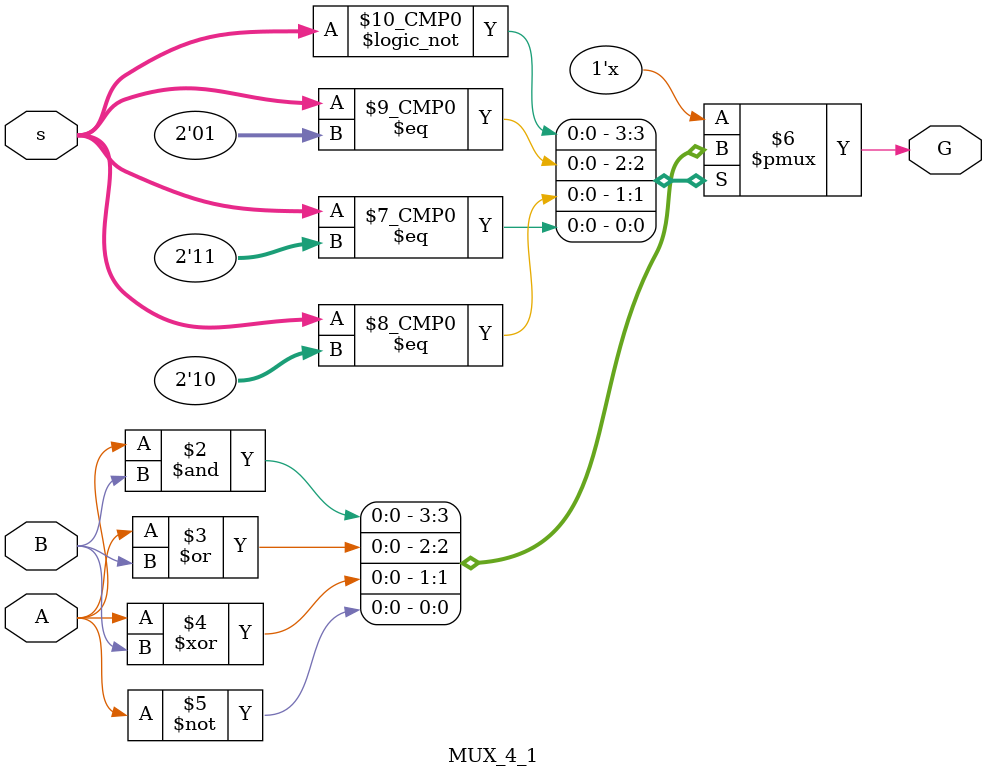
<source format=v>
module MUX_4_1(A, B, s, G);
input A, B;
input [1:0] s;
output G;
reg G;

always @ *
case(s)
0 : G = A & B;
1 : G = A | B;
2 : G = A ^ B;
3 : G = ~A;
default : G = 1'bx;
endcase
endmodule
</source>
